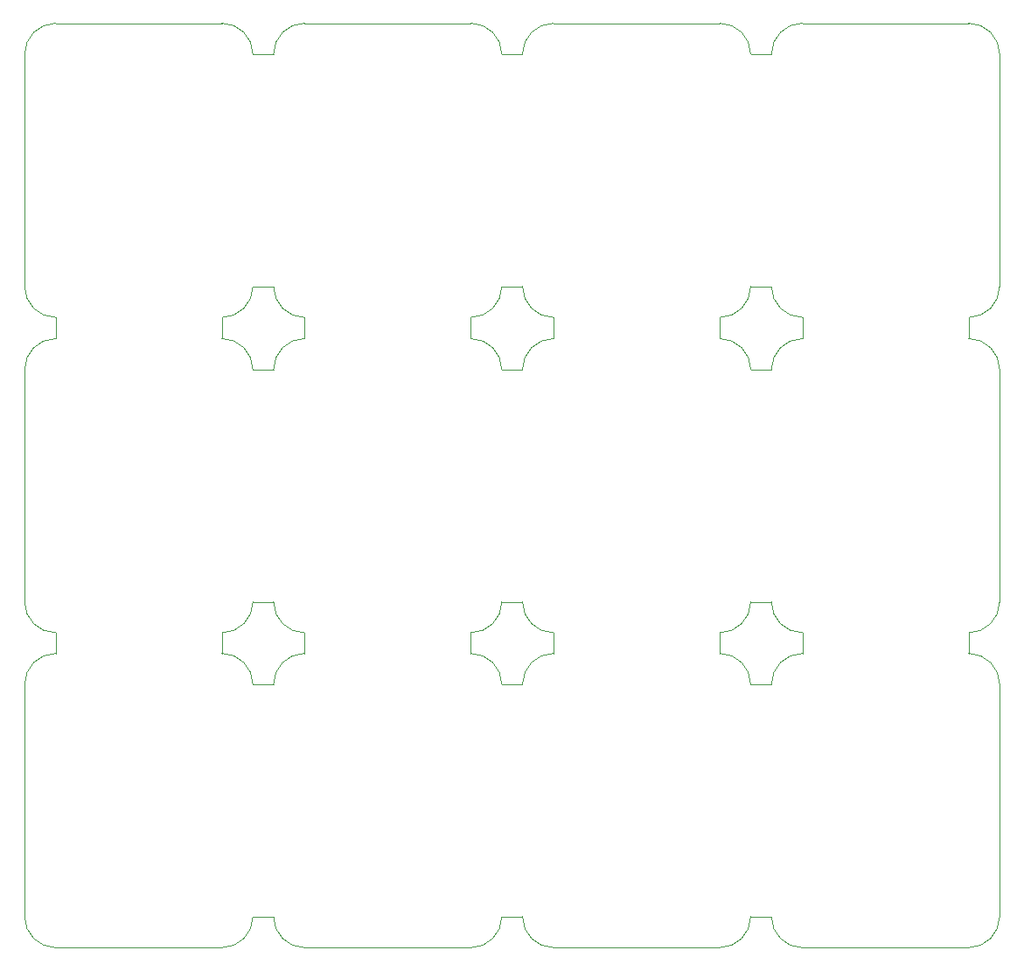
<source format=gbr>
%TF.GenerationSoftware,KiCad,Pcbnew,8.0.3*%
%TF.CreationDate,2025-04-01T21:14:06+03:00*%
%TF.ProjectId,TMC-1,544d432d-312e-46b6-9963-61645f706362,rev?*%
%TF.SameCoordinates,Original*%
%TF.FileFunction,Profile,NP*%
%FSLAX46Y46*%
G04 Gerber Fmt 4.6, Leading zero omitted, Abs format (unit mm)*
G04 Created by KiCad (PCBNEW 8.0.3) date 2025-04-01 21:14:06*
%MOMM*%
%LPD*%
G01*
G04 APERTURE LIST*
%TA.AperFunction,Profile*%
%ADD10C,0.050000*%
%TD*%
G04 APERTURE END LIST*
D10*
X110100000Y-83350100D02*
X110100000Y-85400100D01*
X185400000Y-80350100D02*
G75*
G02*
X182400000Y-83350100I-3000000J0D01*
G01*
X182400000Y-115900100D02*
G75*
G02*
X185400000Y-118900100I0J-3000000D01*
G01*
X94000000Y-83350100D02*
X94000000Y-85400100D01*
X137200000Y-80350100D02*
X139200000Y-80350100D01*
X137200000Y-110900100D02*
G75*
G02*
X134200000Y-113900100I-3000000J0D01*
G01*
X115100000Y-118900100D02*
X113100000Y-118900100D01*
X161300000Y-141400100D02*
X163300000Y-141400100D01*
X163300000Y-88400100D02*
G75*
G02*
X166300000Y-85400100I3000000J0D01*
G01*
X91000000Y-110900100D02*
X91000000Y-88400100D01*
X163300000Y-110900100D02*
X161300000Y-110900100D01*
X182400000Y-144400100D02*
X166300000Y-144400100D01*
X115100000Y-88400100D02*
G75*
G02*
X118100000Y-85400100I3000000J0D01*
G01*
X134200000Y-83350100D02*
X134200000Y-85400100D01*
X166300000Y-144400100D02*
G75*
G02*
X163300000Y-141400100I0J3000000D01*
G01*
X113100000Y-141400100D02*
G75*
G02*
X110100000Y-144400100I-3000000J0D01*
G01*
X161300000Y-80350100D02*
X163300000Y-80350100D01*
X139200000Y-57850100D02*
G75*
G02*
X142200000Y-54850100I3000000J0D01*
G01*
X118100000Y-54850100D02*
X134200000Y-54850100D01*
X110100000Y-115900100D02*
X110100000Y-113900100D01*
X91000000Y-141400100D02*
X91000000Y-118900100D01*
X118100000Y-113900100D02*
G75*
G02*
X115100000Y-110900100I0J3000000D01*
G01*
X163300000Y-88400100D02*
X161300000Y-88400100D01*
X115100000Y-57850100D02*
X113100000Y-57850100D01*
X137200000Y-141400100D02*
G75*
G02*
X134200000Y-144400100I-3000000J0D01*
G01*
X142200000Y-113900100D02*
G75*
G02*
X139200000Y-110900100I0J3000000D01*
G01*
X166300000Y-83350100D02*
G75*
G02*
X163300000Y-80350100I0J3000000D01*
G01*
X110100000Y-144400100D02*
X94000000Y-144400100D01*
X139200000Y-118900100D02*
G75*
G02*
X142200000Y-115900100I3000000J0D01*
G01*
X91000000Y-88400100D02*
G75*
G02*
X94000000Y-85400100I3000000J0D01*
G01*
X142200000Y-115900100D02*
X142200000Y-113900100D01*
X185400000Y-88400100D02*
X185400000Y-110900100D01*
X161300000Y-141400100D02*
G75*
G02*
X158300000Y-144400100I-3000000J0D01*
G01*
X91000000Y-118900100D02*
G75*
G02*
X94000000Y-115900100I3000000J0D01*
G01*
X110100000Y-85400100D02*
G75*
G02*
X113100000Y-88400100I0J-3000000D01*
G01*
X94000000Y-54850100D02*
X110100000Y-54850100D01*
X113100000Y-88400100D02*
X115100000Y-88400100D01*
X161300000Y-57850100D02*
X163300000Y-57850100D01*
X137200000Y-80350100D02*
G75*
G02*
X134200000Y-83350100I-3000000J0D01*
G01*
X182400000Y-113900100D02*
X182400000Y-115900100D01*
X115100000Y-118900100D02*
G75*
G02*
X118100000Y-115900100I3000000J0D01*
G01*
X161300000Y-80350100D02*
G75*
G02*
X158300000Y-83350100I-3000000J0D01*
G01*
X142200000Y-83350100D02*
G75*
G02*
X139200000Y-80350100I0J3000000D01*
G01*
X118100000Y-113900100D02*
X118100000Y-115900100D01*
X118100000Y-85400100D02*
X118100000Y-83350100D01*
X182400000Y-54850100D02*
G75*
G02*
X185400000Y-57850100I0J-3000000D01*
G01*
X158300000Y-83350100D02*
X158300000Y-85400100D01*
X161300000Y-110900100D02*
G75*
G02*
X158300000Y-113900100I-3000000J0D01*
G01*
X142200000Y-144400100D02*
G75*
G02*
X139200000Y-141400100I0J3000000D01*
G01*
X161300000Y-118900100D02*
X163300000Y-118900100D01*
X134200000Y-144400100D02*
X118100000Y-144400100D01*
X158300000Y-144400100D02*
X142200000Y-144400100D01*
X94000000Y-113900100D02*
X94000000Y-115900100D01*
X137200000Y-118900100D02*
X139200000Y-118900100D01*
X182400000Y-85400100D02*
G75*
G02*
X185400000Y-88400100I0J-3000000D01*
G01*
X185400000Y-57850100D02*
X185400000Y-80350100D01*
X91000000Y-80350100D02*
X91000000Y-57850100D01*
X139200000Y-110900100D02*
X137200000Y-110900100D01*
X110100000Y-54850100D02*
G75*
G02*
X113100000Y-57850100I0J-3000000D01*
G01*
X163300000Y-118900100D02*
G75*
G02*
X166300000Y-115900100I3000000J0D01*
G01*
X139200000Y-88400100D02*
X137200000Y-88400100D01*
X115100000Y-57850100D02*
G75*
G02*
X118100000Y-54850100I3000000J0D01*
G01*
X118100000Y-83350100D02*
G75*
G02*
X115100000Y-80350100I0J3000000D01*
G01*
X158300000Y-113900100D02*
X158300000Y-115900100D01*
X158300000Y-54850100D02*
G75*
G02*
X161300000Y-57850100I0J-3000000D01*
G01*
X110100000Y-115900100D02*
G75*
G02*
X113100000Y-118900100I0J-3000000D01*
G01*
X158300000Y-85400100D02*
G75*
G02*
X161300000Y-88400100I0J-3000000D01*
G01*
X94000000Y-83350100D02*
G75*
G02*
X91000000Y-80350100I0J3000000D01*
G01*
X185400000Y-118900100D02*
X185400000Y-141400100D01*
X94000000Y-113900100D02*
G75*
G02*
X91000000Y-110900100I0J3000000D01*
G01*
X113100000Y-80350100D02*
G75*
G02*
X110100000Y-83350100I-3000000J0D01*
G01*
X113100000Y-110900100D02*
G75*
G02*
X110100000Y-113900100I-3000000J0D01*
G01*
X94000000Y-144400100D02*
G75*
G02*
X91000000Y-141400100I0J3000000D01*
G01*
X137200000Y-141400100D02*
X139200000Y-141400100D01*
X142200000Y-54850100D02*
X158300000Y-54850100D01*
X118100000Y-144400100D02*
G75*
G02*
X115100000Y-141400100I0J3000000D01*
G01*
X139200000Y-88400100D02*
G75*
G02*
X142200000Y-85400100I3000000J0D01*
G01*
X163300000Y-57850100D02*
G75*
G02*
X166300000Y-54850100I3000000J0D01*
G01*
X182400000Y-83350100D02*
X182400000Y-85400100D01*
X115100000Y-80350100D02*
X113100000Y-80350100D01*
X137200000Y-57850100D02*
X139200000Y-57850100D01*
X166300000Y-115900100D02*
X166300000Y-113900100D01*
X166300000Y-113900100D02*
G75*
G02*
X163300000Y-110900100I0J3000000D01*
G01*
X166300000Y-83350100D02*
X166300000Y-85400100D01*
X113100000Y-110900100D02*
X115100000Y-110900100D01*
X134200000Y-115900100D02*
G75*
G02*
X137200000Y-118900100I0J-3000000D01*
G01*
X134200000Y-85400100D02*
G75*
G02*
X137200000Y-88400100I0J-3000000D01*
G01*
X166300000Y-54850100D02*
X182400000Y-54850100D01*
X134200000Y-54850100D02*
G75*
G02*
X137200000Y-57850100I0J-3000000D01*
G01*
X134200000Y-113900100D02*
X134200000Y-115900100D01*
X142200000Y-83350100D02*
X142200000Y-85400100D01*
X158300000Y-115900100D02*
G75*
G02*
X161300000Y-118900100I0J-3000000D01*
G01*
X185400000Y-141400100D02*
G75*
G02*
X182400000Y-144400100I-3000000J0D01*
G01*
X91000000Y-57850100D02*
G75*
G02*
X94000000Y-54850100I3000000J0D01*
G01*
X113100000Y-141400100D02*
X115100000Y-141400100D01*
X185400000Y-110900100D02*
G75*
G02*
X182400000Y-113900100I-3000000J0D01*
G01*
M02*

</source>
